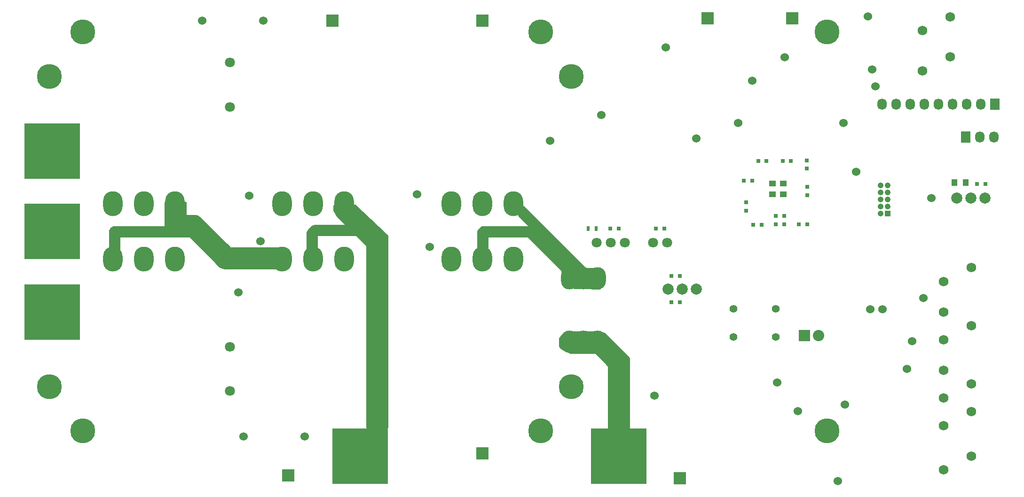
<source format=gbs>
G04 #@! TF.FileFunction,Soldermask,Bot*
%FSLAX46Y46*%
G04 Gerber Fmt 4.6, Leading zero omitted, Abs format (unit mm)*
G04 Created by KiCad (PCBNEW 4.0.2+dfsg1-stable) date Tue 26 Sep 2017 03:44:04 AM EDT*
%MOMM*%
G01*
G04 APERTURE LIST*
%ADD10C,0.100000*%
%ADD11C,4.500000*%
%ADD12C,1.800000*%
%ADD13C,1.750000*%
%ADD14O,3.500120X4.501640*%
%ADD15C,2.000000*%
%ADD16O,3.000000X4.000000*%
%ADD17R,0.800000X0.750000*%
%ADD18R,0.750000X0.800000*%
%ADD19R,2.032000X2.032000*%
%ADD20O,2.032000X2.032000*%
%ADD21R,0.500000X0.900000*%
%ADD22C,1.397000*%
%ADD23R,1.050000X1.050000*%
%ADD24C,1.050000*%
%ADD25R,1.727200X2.032000*%
%ADD26O,1.727200X2.032000*%
%ADD27C,1.524000*%
%ADD28R,10.000000X10.000000*%
%ADD29R,1.000000X1.250000*%
%ADD30R,1.250000X1.000000*%
%ADD31R,2.235200X2.235200*%
%ADD32C,0.254000*%
G04 APERTURE END LIST*
D10*
D11*
X40000000Y-97000000D03*
X40000000Y-41000000D03*
X134000000Y-97000000D03*
X134000000Y-41000000D03*
D12*
X72500000Y-46500000D03*
X72500000Y-38500000D03*
D13*
X206000000Y-96500000D03*
X201000000Y-94000000D03*
X201000000Y-99000000D03*
X201000000Y-104000000D03*
X206000000Y-101500000D03*
D14*
X57000000Y-74000000D03*
X51412000Y-74000000D03*
X62588000Y-74000000D03*
D15*
X156464000Y-79375000D03*
X153964000Y-79375000D03*
D16*
X133604000Y-77470000D03*
X136144000Y-77470000D03*
X138684000Y-77470000D03*
X138684000Y-88900000D03*
X136144000Y-88900000D03*
X133604000Y-88900000D03*
D15*
X151384000Y-79375000D03*
D14*
X87500000Y-64000000D03*
X93088000Y-64000000D03*
X81912000Y-64000000D03*
D17*
X208550000Y-60400000D03*
X207050000Y-60400000D03*
X150750000Y-68500000D03*
X149250000Y-68500000D03*
X141000000Y-68500000D03*
X142500000Y-68500000D03*
D18*
X165500000Y-63750000D03*
X165500000Y-65250000D03*
X176400000Y-56150000D03*
X176400000Y-57650000D03*
D17*
X168250000Y-67800000D03*
X166750000Y-67800000D03*
X172050000Y-56300000D03*
X173550000Y-56300000D03*
X172350000Y-66200000D03*
X170850000Y-66200000D03*
X176450000Y-67700000D03*
X174950000Y-67700000D03*
X167650000Y-56300000D03*
X169150000Y-56300000D03*
D19*
X176000000Y-87750000D03*
D20*
X178540000Y-87750000D03*
D21*
X138500000Y-68500000D03*
X137000000Y-68500000D03*
D13*
X201000000Y-78000000D03*
X206000000Y-75500000D03*
X201000000Y-83500000D03*
X201000000Y-88500000D03*
X206000000Y-86000000D03*
D22*
X163190000Y-88040000D03*
X163190000Y-82960000D03*
X170810000Y-88040000D03*
X170810000Y-82960000D03*
D17*
X165050000Y-59800000D03*
X166550000Y-59800000D03*
D18*
X176500000Y-62450000D03*
X176500000Y-60950000D03*
D17*
X172350000Y-67700000D03*
X170850000Y-67700000D03*
D13*
X201000000Y-112000000D03*
X206000000Y-109500000D03*
D23*
X191000000Y-65750000D03*
D24*
X191000000Y-64480000D03*
X191000000Y-63210000D03*
X191000000Y-61940000D03*
X191000000Y-60670000D03*
X189730000Y-64480000D03*
X189730000Y-63210000D03*
X189730000Y-61940000D03*
X189730000Y-60670000D03*
X189730000Y-65750000D03*
D12*
X151250000Y-71000000D03*
X148710000Y-71000000D03*
X141090000Y-71000000D03*
X143630000Y-71000000D03*
X138550000Y-71000000D03*
D25*
X205000000Y-52000000D03*
D26*
X207540000Y-52000000D03*
X210080000Y-52000000D03*
D11*
X46000000Y-105000000D03*
X128500000Y-105000000D03*
X180000000Y-105000000D03*
X46000000Y-33000000D03*
X128500000Y-33000000D03*
X180000000Y-33000000D03*
D27*
X67500000Y-31000000D03*
X78500000Y-31000000D03*
X75000000Y-106000000D03*
X86000000Y-106000000D03*
D28*
X40500000Y-54500000D03*
X40500000Y-83500000D03*
X40500000Y-69000000D03*
X96000000Y-109500000D03*
X142500000Y-109500000D03*
D14*
X118000000Y-64000000D03*
X123588000Y-64000000D03*
X112412000Y-64000000D03*
X118000000Y-74000000D03*
X112412000Y-74000000D03*
X123588000Y-74000000D03*
X87500000Y-74000000D03*
X81912000Y-74000000D03*
X93088000Y-74000000D03*
X57000000Y-64000000D03*
X62588000Y-64000000D03*
X51412000Y-64000000D03*
D17*
X153500000Y-77000000D03*
X152000000Y-77000000D03*
X153500000Y-81750000D03*
X152000000Y-81750000D03*
D13*
X197250000Y-40000000D03*
X202250000Y-37500000D03*
X197250000Y-32750000D03*
X202250000Y-30250000D03*
D29*
X203000000Y-60200000D03*
X205000000Y-60200000D03*
D30*
X172200000Y-62300000D03*
X172200000Y-60300000D03*
X170200000Y-62300000D03*
X170200000Y-60300000D03*
D25*
X210250000Y-46000000D03*
D26*
X207710000Y-46000000D03*
X205170000Y-46000000D03*
X202630000Y-46000000D03*
X200090000Y-46000000D03*
X197550000Y-46000000D03*
X195010000Y-46000000D03*
X192470000Y-46000000D03*
X189930000Y-46000000D03*
D27*
X151000000Y-35800000D03*
X183000000Y-49400000D03*
X156500000Y-52200000D03*
X166600000Y-41800000D03*
X164000000Y-49400000D03*
X172400000Y-37600000D03*
X188200000Y-39800000D03*
X187400000Y-30200000D03*
X171100000Y-96200000D03*
X194400000Y-93800000D03*
X198800000Y-63000000D03*
X188800000Y-42800000D03*
X149000000Y-98600000D03*
X174800000Y-101400000D03*
X183250000Y-100250000D03*
X130200000Y-52600000D03*
X182000000Y-114000000D03*
X139400000Y-48000000D03*
X187800000Y-83000000D03*
X190000000Y-83000000D03*
X197400000Y-81000000D03*
X195400000Y-88800000D03*
X185250000Y-58250000D03*
X74000000Y-80000000D03*
X106250000Y-62250000D03*
X108500000Y-71750000D03*
X78000000Y-70750000D03*
X76000000Y-62500000D03*
D12*
X72500000Y-97790000D03*
X72500000Y-89790000D03*
D15*
X203400000Y-63000000D03*
X205940000Y-63000000D03*
X208480000Y-63000000D03*
D31*
X153500000Y-113500000D03*
X158500000Y-30500000D03*
X173750000Y-30500000D03*
X83000000Y-113000000D03*
X118000000Y-109000000D03*
X91000000Y-31000000D03*
X118000000Y-31000000D03*
D32*
G36*
X139935070Y-87364676D02*
X144373000Y-91802606D01*
X144373000Y-104500000D01*
X144383006Y-104549410D01*
X144411447Y-104591035D01*
X144453841Y-104618315D01*
X144500000Y-104627000D01*
X147373000Y-104627000D01*
X147373000Y-114373000D01*
X137627000Y-114373000D01*
X137627000Y-104627000D01*
X140500000Y-104627000D01*
X140549410Y-104616994D01*
X140591035Y-104588553D01*
X140618315Y-104546159D01*
X140627000Y-104500000D01*
X140627000Y-93250000D01*
X140616994Y-93200590D01*
X140589803Y-93160197D01*
X138339803Y-90910197D01*
X138297789Y-90882334D01*
X138250000Y-90873000D01*
X133779980Y-90873000D01*
X132325232Y-90145626D01*
X131877000Y-89697394D01*
X131877000Y-88288452D01*
X132341581Y-87591581D01*
X133038452Y-87127000D01*
X138984366Y-87127000D01*
X139935070Y-87364676D01*
X139935070Y-87364676D01*
G37*
X139935070Y-87364676D02*
X144373000Y-91802606D01*
X144373000Y-104500000D01*
X144383006Y-104549410D01*
X144411447Y-104591035D01*
X144453841Y-104618315D01*
X144500000Y-104627000D01*
X147373000Y-104627000D01*
X147373000Y-114373000D01*
X137627000Y-114373000D01*
X137627000Y-104627000D01*
X140500000Y-104627000D01*
X140549410Y-104616994D01*
X140591035Y-104588553D01*
X140618315Y-104546159D01*
X140627000Y-104500000D01*
X140627000Y-93250000D01*
X140616994Y-93200590D01*
X140589803Y-93160197D01*
X138339803Y-90910197D01*
X138297789Y-90882334D01*
X138250000Y-90873000D01*
X133779980Y-90873000D01*
X132325232Y-90145626D01*
X131877000Y-89697394D01*
X131877000Y-88288452D01*
X132341581Y-87591581D01*
X133038452Y-87127000D01*
X138984366Y-87127000D01*
X139935070Y-87364676D01*
G36*
X136410197Y-75589803D02*
X136452211Y-75617666D01*
X136500000Y-75627000D01*
X139076215Y-75627000D01*
X139169650Y-79270980D01*
X132905703Y-79174611D01*
X132324825Y-76076595D01*
X132305885Y-76029875D01*
X132289803Y-76010197D01*
X126189803Y-69910197D01*
X126147789Y-69882334D01*
X126100000Y-69873000D01*
X119000000Y-69873000D01*
X118950590Y-69883006D01*
X118908965Y-69911447D01*
X118881685Y-69953841D01*
X118873000Y-70000000D01*
X118873000Y-71973000D01*
X117127000Y-71973000D01*
X117127000Y-68852606D01*
X117852606Y-68127000D01*
X126200000Y-68127000D01*
X126249410Y-68116994D01*
X126291035Y-68088553D01*
X126318315Y-68046159D01*
X126326952Y-67996491D01*
X126315584Y-67947377D01*
X126289803Y-67910197D01*
X124457541Y-66077935D01*
X125329251Y-64508857D01*
X136410197Y-75589803D01*
X136410197Y-75589803D01*
G37*
X136410197Y-75589803D02*
X136452211Y-75617666D01*
X136500000Y-75627000D01*
X139076215Y-75627000D01*
X139169650Y-79270980D01*
X132905703Y-79174611D01*
X132324825Y-76076595D01*
X132305885Y-76029875D01*
X132289803Y-76010197D01*
X126189803Y-69910197D01*
X126147789Y-69882334D01*
X126100000Y-69873000D01*
X119000000Y-69873000D01*
X118950590Y-69883006D01*
X118908965Y-69911447D01*
X118881685Y-69953841D01*
X118873000Y-70000000D01*
X118873000Y-71973000D01*
X117127000Y-71973000D01*
X117127000Y-68852606D01*
X117852606Y-68127000D01*
X126200000Y-68127000D01*
X126249410Y-68116994D01*
X126291035Y-68088553D01*
X126318315Y-68046159D01*
X126326952Y-67996491D01*
X126315584Y-67947377D01*
X126289803Y-67910197D01*
X124457541Y-66077935D01*
X125329251Y-64508857D01*
X136410197Y-75589803D01*
G36*
X100873000Y-69754556D02*
X100873000Y-104373000D01*
X97127000Y-104373000D01*
X97127000Y-71550000D01*
X97116994Y-71500590D01*
X97089803Y-71460197D01*
X95289803Y-69660197D01*
X95247789Y-69632334D01*
X95200000Y-69623000D01*
X88300000Y-69623000D01*
X88250590Y-69633006D01*
X88208965Y-69661447D01*
X88181685Y-69703841D01*
X88173000Y-69750000D01*
X88173000Y-72123000D01*
X86427000Y-72123000D01*
X86427000Y-69170610D01*
X86561002Y-68768604D01*
X87318604Y-68011002D01*
X87720610Y-67877000D01*
X93200000Y-67877000D01*
X93249410Y-67866994D01*
X93291035Y-67838553D01*
X93318315Y-67796159D01*
X93326952Y-67746491D01*
X93315584Y-67697377D01*
X93288366Y-67658783D01*
X91703911Y-66123842D01*
X91227000Y-65170020D01*
X91227000Y-64323864D01*
X95050666Y-64228273D01*
X100873000Y-69754556D01*
X100873000Y-69754556D01*
G37*
X100873000Y-69754556D02*
X100873000Y-104373000D01*
X97127000Y-104373000D01*
X97127000Y-71550000D01*
X97116994Y-71500590D01*
X97089803Y-71460197D01*
X95289803Y-69660197D01*
X95247789Y-69632334D01*
X95200000Y-69623000D01*
X88300000Y-69623000D01*
X88250590Y-69633006D01*
X88208965Y-69661447D01*
X88181685Y-69703841D01*
X88173000Y-69750000D01*
X88173000Y-72123000D01*
X86427000Y-72123000D01*
X86427000Y-69170610D01*
X86561002Y-68768604D01*
X87318604Y-68011002D01*
X87720610Y-67877000D01*
X93200000Y-67877000D01*
X93249410Y-67866994D01*
X93291035Y-67838553D01*
X93318315Y-67796159D01*
X93326952Y-67746491D01*
X93315584Y-67697377D01*
X93288366Y-67658783D01*
X91703911Y-66123842D01*
X91227000Y-65170020D01*
X91227000Y-64323864D01*
X95050666Y-64228273D01*
X100873000Y-69754556D01*
G36*
X64573000Y-66000000D02*
X64583006Y-66049410D01*
X64611447Y-66091035D01*
X64653841Y-66118315D01*
X64700000Y-66127000D01*
X66284366Y-66127000D01*
X66655674Y-66219827D01*
X67024768Y-66404374D01*
X72510197Y-71889803D01*
X72552211Y-71917666D01*
X72600000Y-71927000D01*
X81373000Y-71927000D01*
X81373000Y-75756137D01*
X80715752Y-75673981D01*
X80700000Y-75673000D01*
X71520610Y-75673000D01*
X70956294Y-75484895D01*
X70680914Y-75301308D01*
X65289803Y-69910197D01*
X65247789Y-69882334D01*
X65200000Y-69873000D01*
X52700000Y-69873000D01*
X52650590Y-69883006D01*
X52608965Y-69911447D01*
X52581685Y-69953841D01*
X52573000Y-70000000D01*
X52573000Y-72173000D01*
X50827000Y-72173000D01*
X50827000Y-68835178D01*
X51092567Y-68392567D01*
X51535178Y-68127000D01*
X60700000Y-68127000D01*
X60749410Y-68116994D01*
X60791035Y-68088553D01*
X60818315Y-68046159D01*
X60827000Y-68000000D01*
X60827000Y-63727000D01*
X64573000Y-63727000D01*
X64573000Y-66000000D01*
X64573000Y-66000000D01*
G37*
X64573000Y-66000000D02*
X64583006Y-66049410D01*
X64611447Y-66091035D01*
X64653841Y-66118315D01*
X64700000Y-66127000D01*
X66284366Y-66127000D01*
X66655674Y-66219827D01*
X67024768Y-66404374D01*
X72510197Y-71889803D01*
X72552211Y-71917666D01*
X72600000Y-71927000D01*
X81373000Y-71927000D01*
X81373000Y-75756137D01*
X80715752Y-75673981D01*
X80700000Y-75673000D01*
X71520610Y-75673000D01*
X70956294Y-75484895D01*
X70680914Y-75301308D01*
X65289803Y-69910197D01*
X65247789Y-69882334D01*
X65200000Y-69873000D01*
X52700000Y-69873000D01*
X52650590Y-69883006D01*
X52608965Y-69911447D01*
X52581685Y-69953841D01*
X52573000Y-70000000D01*
X52573000Y-72173000D01*
X50827000Y-72173000D01*
X50827000Y-68835178D01*
X51092567Y-68392567D01*
X51535178Y-68127000D01*
X60700000Y-68127000D01*
X60749410Y-68116994D01*
X60791035Y-68088553D01*
X60818315Y-68046159D01*
X60827000Y-68000000D01*
X60827000Y-63727000D01*
X64573000Y-63727000D01*
X64573000Y-66000000D01*
M02*

</source>
